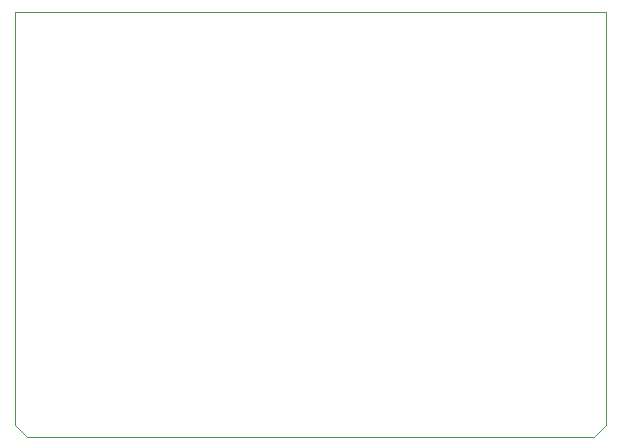
<source format=gbr>
G04 #@! TF.GenerationSoftware,KiCad,Pcbnew,5.0.2+dfsg1-1*
G04 #@! TF.CreationDate,2021-07-01T00:07:39-05:00*
G04 #@! TF.ProjectId,backplane,6261636b-706c-4616-9e65-2e6b69636164,rev?*
G04 #@! TF.SameCoordinates,Original*
G04 #@! TF.FileFunction,Profile,NP*
%FSLAX46Y46*%
G04 Gerber Fmt 4.6, Leading zero omitted, Abs format (unit mm)*
G04 Created by KiCad (PCBNEW 5.0.2+dfsg1-1) date Thu 01 Jul 2021 12:07:39 AM CDT*
%MOMM*%
%LPD*%
G01*
G04 APERTURE LIST*
%ADD10C,0.100000*%
G04 APERTURE END LIST*
D10*
X111000000Y-88000000D02*
X110000000Y-87000000D01*
X159000000Y-88000000D02*
X160000000Y-87000000D01*
X110000000Y-87000000D02*
X110000000Y-52000000D01*
X159000000Y-88000000D02*
X111000000Y-88000000D01*
X160000000Y-52000000D02*
X160000000Y-87000000D01*
X110000000Y-52000000D02*
X160000000Y-52000000D01*
M02*

</source>
